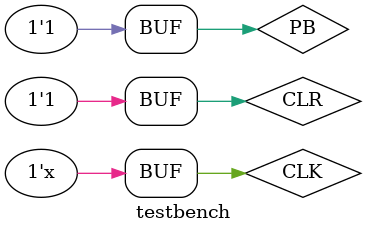
<source format=v>
`timescale 1ns/1ns

module testbench ();

	parameter cycle = 20;
	parameter half  = 10;

	reg		CLK;
	reg		CLR;
	reg		PB;
	wire	LED;
	
	
	presspb_led_nios2 fpga (
		.CLK	(CLK),
		.CLR	(CLR),
		.PB		(PB),
		.LED	(LED)
		);
	
	initial begin
		#0		CLK <= 1'b0;
	end
	
	always begin
		#(half)	CLK <= ~CLK;
	end
	
		
	initial begin
		#0				CLR <= 1'b1;
		#(cycle * 10000)	CLR <= 1'b0;
		#(cycle * 50000)	CLR <= 1'b1;	
	end
				
	initial begin
		#0				PB <= 1'b1;
	end
	
	always begin
		#(cycle *60000)	PB <= 1'b1;
		#(cycle * 20000)	PB <= 1'b0;
		#(cycle * 30000)	PB <= 1'b1;
	end
	
	
endmodule

</source>
